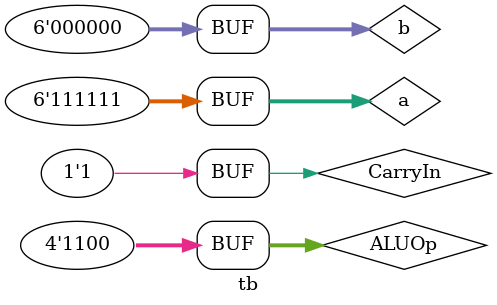
<source format=v>
module tb();
  
  reg [5:0] a;
  reg [5:0] b;
  reg CarryIn;
  reg [3:0] ALUOp;
  wire [5:0] Result;
  wire CarryOut;
  
  top t
  (
    .a(a),
    .b(b),
    .CarryIn(CarryIn),
    .ALUOp(ALUOp),
    .Result(Result),
    .CarryOut(CarryOut)
  ); 
  
  initial
  begin
  a = 6'b111111;
  b = 6'b000000;
  CarryIn = 1'b1;
  ALUOp = 4'b0000;
  
  #5 ALUOp = 4'b0001;
  #5 ALUOp = 4'b0010;
  #5 ALUOp = 4'b0110;
  #5 ALUOp = 4'b1100;
  end
  
endmodule
</source>
